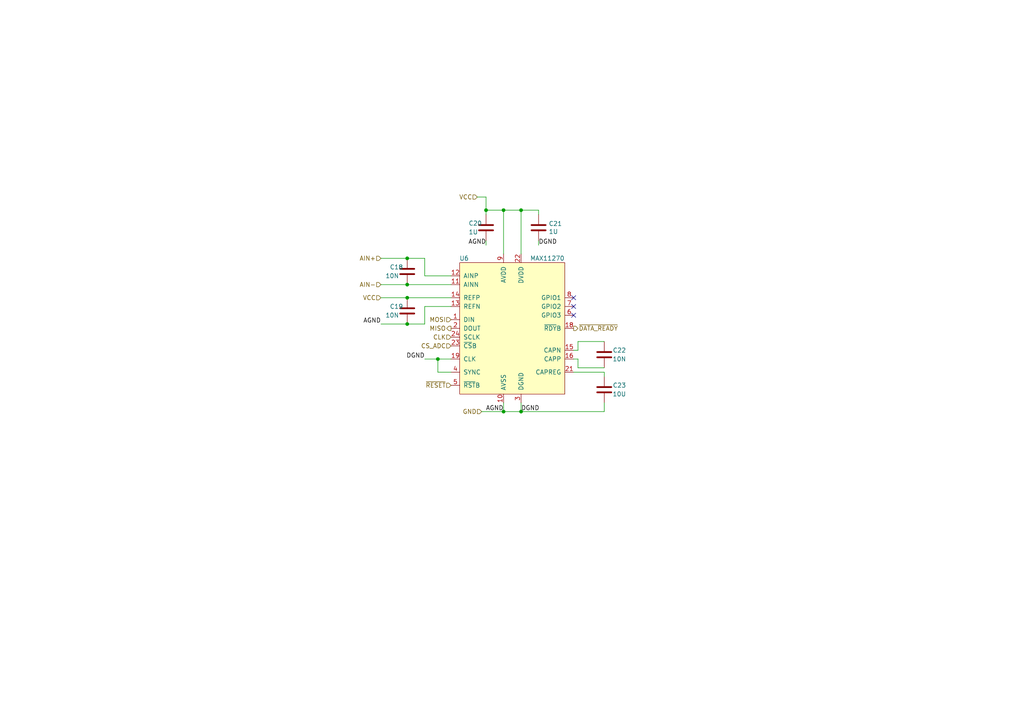
<source format=kicad_sch>
(kicad_sch (version 20211123) (generator eeschema)
  (paper "A4")
  (lib_symbols
    (symbol "Device:C" (pin_numbers hide) (pin_names (offset 0.254))
      (property "Reference" "C" (at 0.635 2.54 0))
      (property "Value" "C" (at 0.635 -2.54 0))
      (symbol "C_0_1"
        (polyline (pts (xy -2.032 -0.762) (xy 2.032 -0.762)) (stroke (width 0.508)))
        (polyline (pts (xy -2.032 0.762) (xy 2.032 0.762)) (stroke (width 0.508)))
      )
      (symbol "C_1_1"
        (pin passive line (at 0 3.81 270) (length 2.794) (name "~") (number "1"))
        (pin passive line (at 0 -3.81 90) (length 2.794) (name "~") (number "2"))
      )
    )
    (symbol "william_adc:MAX11270EUG+" (pin_names (offset 1.016))
      (property "Reference" "U" (at 12.7 20.32 0))
      (property "Value" "MAX11270EUG+" (at 0 1.27 0))
      (symbol "MAX11270EUG+_0_1"
        (rectangle (start -15.24 -19.05) (end 15.24 19.05) (fill (type background)))
      )
      (symbol "MAX11270EUG+_1_1"
        (pin input line (at -17.78 2.54 0) (length 2.54) (name "DIN") (number "1"))
        (pin power_in line (at -2.54 -21.59 90) (length 2.54) (name "AVSS") (number "10"))
        (pin input line (at -17.78 12.7 0) (length 2.54) (name "AINN") (number "11"))
        (pin input line (at -17.78 15.24 0) (length 2.54) (name "AINP") (number "12"))
        (pin input line (at -17.78 6.35 0) (length 2.54) (name "REFN") (number "13"))
        (pin input line (at -17.78 8.89 0) (length 2.54) (name "REFP") (number "14"))
        (pin input line (at 17.78 -6.35 180) (length 2.54) (name "CAPN") (number "15"))
        (pin power_out line (at 17.78 -8.89 180) (length 2.54) (name "CAPP") (number "16"))
        (pin passive line (at -2.54 -21.59 90) (length 2.54) hide (name "AVSS") (number "17"))
        (pin output line (at 17.78 0 180) (length 2.54) (name "~{RDY}B") (number "18"))
        (pin input line (at -17.78 -8.89 0) (length 2.54) (name "CLK") (number "19"))
        (pin output line (at -17.78 0 0) (length 2.54) (name "DOUT") (number "2"))
        (pin passive line (at 2.54 -21.59 90) (length 2.54) hide (name "DGND") (number "20"))
        (pin power_out line (at 17.78 -12.7 180) (length 2.54) (name "CAPREG") (number "21"))
        (pin power_in line (at 2.54 21.59 270) (length 2.54) (name "DVDD") (number "22"))
        (pin input line (at -17.78 -5.08 0) (length 2.54) (name "~{CS}B") (number "23"))
        (pin input line (at -17.78 -2.54 0) (length 2.54) (name "SCLK") (number "24"))
        (pin power_in line (at 2.54 -21.59 90) (length 2.54) (name "DGND") (number "3"))
        (pin input line (at -17.78 -12.7 0) (length 2.54) (name "SYNC") (number "4"))
        (pin input line (at -17.78 -16.51 0) (length 2.54) (name "~{RST}B") (number "5"))
        (pin input line (at 17.78 3.81 180) (length 2.54) (name "GPIO3") (number "6"))
        (pin input line (at 17.78 6.35 180) (length 2.54) (name "GPIO2") (number "7"))
        (pin input line (at 17.78 8.89 180) (length 2.54) (name "GPIO1") (number "8"))
        (pin power_in line (at -2.54 21.59 270) (length 2.54) (name "AVDD") (number "9"))
      )
    )
  )
  (junction (at 118.11 74.93))
  (junction (at 146.05 60.96))
  (junction (at 118.11 86.36))
  (junction (at 146.05 119.38))
  (junction (at 151.13 119.38))
  (junction (at 127 104.14))
  (junction (at 118.11 93.98))
  (junction (at 140.97 60.96))
  (junction (at 151.13 60.96))
  (junction (at 118.11 82.55))
  (no_connect (at 166.37 91.44))
  (no_connect (at 166.37 86.36))
  (no_connect (at 166.37 88.9))
  (wire (pts (xy 127 107.95) (xy 127 104.14)))
  (wire (pts (xy 146.05 73.66) (xy 146.05 60.96)))
  (wire (pts (xy 146.05 119.38) (xy 146.05 116.84)))
  (wire (pts (xy 146.05 119.38) (xy 151.13 119.38)))
  (wire (pts (xy 167.64 101.6) (xy 166.37 101.6)))
  (wire (pts (xy 118.11 86.36) (xy 130.81 86.36)))
  (wire (pts (xy 146.05 60.96) (xy 151.13 60.96)))
  (wire (pts (xy 110.49 74.93) (xy 118.11 74.93)))
  (wire (pts (xy 167.64 106.68) (xy 167.64 104.14)))
  (wire (pts (xy 110.49 86.36) (xy 118.11 86.36)))
  (wire (pts (xy 167.64 104.14) (xy 166.37 104.14)))
  (wire (pts (xy 110.49 93.98) (xy 118.11 93.98)))
  (wire (pts (xy 175.26 99.06) (xy 167.64 99.06)))
  (wire (pts (xy 123.19 104.14) (xy 127 104.14)))
  (wire (pts (xy 139.7 119.38) (xy 146.05 119.38)))
  (wire (pts (xy 123.19 80.01) (xy 123.19 74.93)))
  (wire (pts (xy 175.26 109.22) (xy 175.26 107.95)))
  (wire (pts (xy 118.11 93.98) (xy 123.19 93.98)))
  (wire (pts (xy 138.43 57.15) (xy 140.97 57.15)))
  (wire (pts (xy 140.97 69.85) (xy 140.97 71.12)))
  (wire (pts (xy 130.81 107.95) (xy 127 107.95)))
  (wire (pts (xy 175.26 106.68) (xy 167.64 106.68)))
  (wire (pts (xy 118.11 74.93) (xy 123.19 74.93)))
  (wire (pts (xy 175.26 107.95) (xy 166.37 107.95)))
  (wire (pts (xy 175.26 116.84) (xy 175.26 119.38)))
  (wire (pts (xy 140.97 57.15) (xy 140.97 60.96)))
  (wire (pts (xy 156.21 60.96) (xy 156.21 62.23)))
  (wire (pts (xy 175.26 119.38) (xy 151.13 119.38)))
  (wire (pts (xy 140.97 62.23) (xy 140.97 60.96)))
  (wire (pts (xy 167.64 99.06) (xy 167.64 101.6)))
  (wire (pts (xy 130.81 80.01) (xy 123.19 80.01)))
  (wire (pts (xy 123.19 88.9) (xy 123.19 93.98)))
  (wire (pts (xy 151.13 73.66) (xy 151.13 60.96)))
  (wire (pts (xy 151.13 60.96) (xy 156.21 60.96)))
  (wire (pts (xy 156.21 71.12) (xy 156.21 69.85)))
  (wire (pts (xy 127 104.14) (xy 130.81 104.14)))
  (wire (pts (xy 123.19 88.9) (xy 130.81 88.9)))
  (wire (pts (xy 118.11 82.55) (xy 130.81 82.55)))
  (wire (pts (xy 110.49 82.55) (xy 118.11 82.55)))
  (wire (pts (xy 151.13 119.38) (xy 151.13 116.84)))
  (wire (pts (xy 140.97 60.96) (xy 146.05 60.96)))
  (label "AGND" (at 146.05 119.38 180))
  (label "DGND" (at 123.19 104.14 180))
  (label "DGND" (at 156.21 71.12 0))
  (label "AGND" (at 110.49 93.98 180))
  (label "AGND" (at 140.97 71.12 180))
  (label "DGND" (at 151.13 119.38 0))
  (hierarchical_label "MOSI" (shape input) (at 130.81 92.71 180))
  (hierarchical_label "~{DATA_READY}" (shape output) (at 166.37 95.25 0))
  (hierarchical_label "CLK" (shape input) (at 130.81 97.79 180))
  (hierarchical_label "GND" (shape input) (at 139.7 119.38 180))
  (hierarchical_label "AIN+" (shape input) (at 110.49 74.93 180))
  (hierarchical_label "CS_ADC" (shape input) (at 130.81 100.33 180))
  (hierarchical_label "VCC" (shape input) (at 138.43 57.15 180))
  (hierarchical_label "~{RESET}" (shape input) (at 130.81 111.76 180))
  (hierarchical_label "AIN-" (shape input) (at 110.49 82.55 180))
  (hierarchical_label "VCC" (shape input) (at 110.49 86.36 180))
  (hierarchical_label "MISO" (shape output) (at 130.81 95.25 180))
  (symbol (lib_id "william_adc:MAX11270EUG+") (at 148.59 95.25 0) (unit 1)
    (property "Reference" "U6" (at 134.62 74.93 0))
    (property "Value" "MAX11270" (at 158.75 74.93 0))
    (property "Footprint" "Package_SO:TSSOP-24_4.4x7.8mm_P0.65mm" (effects hide))
  )
  (symbol (lib_id "Device:C") (at 140.97 66.04 0) (unit 1)
    (property "Reference" "C20" (at 135.89 64.77 0) (effects (justify left)))
    (property "Value" "1U" (at 135.89 67.31 0) (effects (justify left)))
    (property "Footprint" "Capacitor_SMD:C_0603_1608Metric" (effects hide))
  )
  (symbol (lib_id "Device:C") (at 156.21 66.04 0) (unit 1)
    (property "Reference" "C21" (at 159.131 64.8716 0) (effects (justify left)))
    (property "Value" "1U" (at 159.131 67.183 0) (effects (justify left)))
    (property "Footprint" "Capacitor_SMD:C_0603_1608Metric" (effects hide))
  )
  (symbol (lib_id "Device:C") (at 118.11 78.74 0) (unit 1)
    (property "Reference" "C18" (at 113.03 77.47 0) (effects (justify left)))
    (property "Value" "10N" (at 111.76 80.01 0) (effects (justify left)))
    (property "Footprint" "Capacitor_SMD:C_0603_1608Metric" (effects hide))
  )
  (symbol (lib_id "Device:C") (at 118.11 90.17 0) (unit 1)
    (property "Reference" "C19" (at 113.03 88.9 0) (effects (justify left)))
    (property "Value" "10N" (at 111.76 91.44 0) (effects (justify left)))
    (property "Footprint" "Capacitor_SMD:C_0603_1608Metric" (effects hide))
  )
  (symbol (lib_id "Device:C") (at 175.26 102.87 0) (mirror y) (unit 1)
    (property "Reference" "C22" (at 181.61 101.6 0) (effects (justify left)))
    (property "Value" "10N" (at 181.61 104.14 0) (effects (justify left)))
    (property "Footprint" "Capacitor_SMD:C_0603_1608Metric" (effects hide))
  )
  (symbol (lib_id "Device:C") (at 175.26 113.03 0) (mirror y) (unit 1)
    (property "Reference" "C23" (at 181.61 111.76 0) (effects (justify left)))
    (property "Value" "10U" (at 181.61 114.3 0) (effects (justify left)))
    (property "Footprint" "Capacitor_SMD:C_0805_2012Metric" (effects hide))
  )
)
</source>
